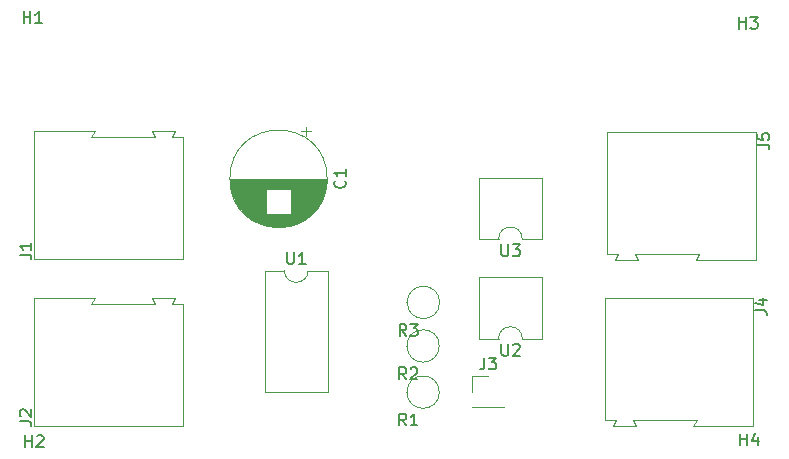
<source format=gbr>
G04 #@! TF.GenerationSoftware,KiCad,Pcbnew,(5.1.5)-3*
G04 #@! TF.CreationDate,2020-04-25T22:11:23+03:00*
G04 #@! TF.ProjectId,ATtiny85_NeoPixel_SKRv.1.3,41547469-6e79-4383-955f-4e656f506978,v.1.0*
G04 #@! TF.SameCoordinates,Original*
G04 #@! TF.FileFunction,Legend,Top*
G04 #@! TF.FilePolarity,Positive*
%FSLAX46Y46*%
G04 Gerber Fmt 4.6, Leading zero omitted, Abs format (unit mm)*
G04 Created by KiCad (PCBNEW (5.1.5)-3) date 2020-04-25 22:11:23*
%MOMM*%
%LPD*%
G04 APERTURE LIST*
%ADD10C,0.120000*%
%ADD11C,0.150000*%
G04 APERTURE END LIST*
D10*
X75824200Y-62656800D02*
G75*
G03X75824200Y-62656800I-4120000J0D01*
G01*
X75784200Y-62656800D02*
X67624200Y-62656800D01*
X75784200Y-62696800D02*
X67624200Y-62696800D01*
X75784200Y-62736800D02*
X67624200Y-62736800D01*
X75783200Y-62776800D02*
X67625200Y-62776800D01*
X75781200Y-62816800D02*
X67627200Y-62816800D01*
X75780200Y-62856800D02*
X67628200Y-62856800D01*
X75778200Y-62896800D02*
X67630200Y-62896800D01*
X75775200Y-62936800D02*
X67633200Y-62936800D01*
X75772200Y-62976800D02*
X67636200Y-62976800D01*
X75769200Y-63016800D02*
X67639200Y-63016800D01*
X75765200Y-63056800D02*
X67643200Y-63056800D01*
X75761200Y-63096800D02*
X67647200Y-63096800D01*
X75756200Y-63136800D02*
X67652200Y-63136800D01*
X75752200Y-63176800D02*
X67656200Y-63176800D01*
X75746200Y-63216800D02*
X67662200Y-63216800D01*
X75741200Y-63256800D02*
X67667200Y-63256800D01*
X75734200Y-63296800D02*
X67674200Y-63296800D01*
X75728200Y-63336800D02*
X67680200Y-63336800D01*
X75721200Y-63377800D02*
X67687200Y-63377800D01*
X75714200Y-63417800D02*
X67694200Y-63417800D01*
X75706200Y-63457800D02*
X67702200Y-63457800D01*
X75698200Y-63497800D02*
X67710200Y-63497800D01*
X75689200Y-63537800D02*
X72744200Y-63537800D01*
X70664200Y-63537800D02*
X67719200Y-63537800D01*
X75680200Y-63577800D02*
X72744200Y-63577800D01*
X70664200Y-63577800D02*
X67728200Y-63577800D01*
X75671200Y-63617800D02*
X72744200Y-63617800D01*
X70664200Y-63617800D02*
X67737200Y-63617800D01*
X75661200Y-63657800D02*
X72744200Y-63657800D01*
X70664200Y-63657800D02*
X67747200Y-63657800D01*
X75651200Y-63697800D02*
X72744200Y-63697800D01*
X70664200Y-63697800D02*
X67757200Y-63697800D01*
X75640200Y-63737800D02*
X72744200Y-63737800D01*
X70664200Y-63737800D02*
X67768200Y-63737800D01*
X75629200Y-63777800D02*
X72744200Y-63777800D01*
X70664200Y-63777800D02*
X67779200Y-63777800D01*
X75618200Y-63817800D02*
X72744200Y-63817800D01*
X70664200Y-63817800D02*
X67790200Y-63817800D01*
X75606200Y-63857800D02*
X72744200Y-63857800D01*
X70664200Y-63857800D02*
X67802200Y-63857800D01*
X75593200Y-63897800D02*
X72744200Y-63897800D01*
X70664200Y-63897800D02*
X67815200Y-63897800D01*
X75581200Y-63937800D02*
X72744200Y-63937800D01*
X70664200Y-63937800D02*
X67827200Y-63937800D01*
X75567200Y-63977800D02*
X72744200Y-63977800D01*
X70664200Y-63977800D02*
X67841200Y-63977800D01*
X75554200Y-64017800D02*
X72744200Y-64017800D01*
X70664200Y-64017800D02*
X67854200Y-64017800D01*
X75539200Y-64057800D02*
X72744200Y-64057800D01*
X70664200Y-64057800D02*
X67869200Y-64057800D01*
X75525200Y-64097800D02*
X72744200Y-64097800D01*
X70664200Y-64097800D02*
X67883200Y-64097800D01*
X75509200Y-64137800D02*
X72744200Y-64137800D01*
X70664200Y-64137800D02*
X67899200Y-64137800D01*
X75494200Y-64177800D02*
X72744200Y-64177800D01*
X70664200Y-64177800D02*
X67914200Y-64177800D01*
X75478200Y-64217800D02*
X72744200Y-64217800D01*
X70664200Y-64217800D02*
X67930200Y-64217800D01*
X75461200Y-64257800D02*
X72744200Y-64257800D01*
X70664200Y-64257800D02*
X67947200Y-64257800D01*
X75444200Y-64297800D02*
X72744200Y-64297800D01*
X70664200Y-64297800D02*
X67964200Y-64297800D01*
X75426200Y-64337800D02*
X72744200Y-64337800D01*
X70664200Y-64337800D02*
X67982200Y-64337800D01*
X75408200Y-64377800D02*
X72744200Y-64377800D01*
X70664200Y-64377800D02*
X68000200Y-64377800D01*
X75390200Y-64417800D02*
X72744200Y-64417800D01*
X70664200Y-64417800D02*
X68018200Y-64417800D01*
X75370200Y-64457800D02*
X72744200Y-64457800D01*
X70664200Y-64457800D02*
X68038200Y-64457800D01*
X75351200Y-64497800D02*
X72744200Y-64497800D01*
X70664200Y-64497800D02*
X68057200Y-64497800D01*
X75331200Y-64537800D02*
X72744200Y-64537800D01*
X70664200Y-64537800D02*
X68077200Y-64537800D01*
X75310200Y-64577800D02*
X72744200Y-64577800D01*
X70664200Y-64577800D02*
X68098200Y-64577800D01*
X75288200Y-64617800D02*
X72744200Y-64617800D01*
X70664200Y-64617800D02*
X68120200Y-64617800D01*
X75266200Y-64657800D02*
X72744200Y-64657800D01*
X70664200Y-64657800D02*
X68142200Y-64657800D01*
X75244200Y-64697800D02*
X72744200Y-64697800D01*
X70664200Y-64697800D02*
X68164200Y-64697800D01*
X75221200Y-64737800D02*
X72744200Y-64737800D01*
X70664200Y-64737800D02*
X68187200Y-64737800D01*
X75197200Y-64777800D02*
X72744200Y-64777800D01*
X70664200Y-64777800D02*
X68211200Y-64777800D01*
X75173200Y-64817800D02*
X72744200Y-64817800D01*
X70664200Y-64817800D02*
X68235200Y-64817800D01*
X75148200Y-64857800D02*
X72744200Y-64857800D01*
X70664200Y-64857800D02*
X68260200Y-64857800D01*
X75122200Y-64897800D02*
X72744200Y-64897800D01*
X70664200Y-64897800D02*
X68286200Y-64897800D01*
X75096200Y-64937800D02*
X72744200Y-64937800D01*
X70664200Y-64937800D02*
X68312200Y-64937800D01*
X75069200Y-64977800D02*
X72744200Y-64977800D01*
X70664200Y-64977800D02*
X68339200Y-64977800D01*
X75042200Y-65017800D02*
X72744200Y-65017800D01*
X70664200Y-65017800D02*
X68366200Y-65017800D01*
X75013200Y-65057800D02*
X72744200Y-65057800D01*
X70664200Y-65057800D02*
X68395200Y-65057800D01*
X74984200Y-65097800D02*
X72744200Y-65097800D01*
X70664200Y-65097800D02*
X68424200Y-65097800D01*
X74954200Y-65137800D02*
X72744200Y-65137800D01*
X70664200Y-65137800D02*
X68454200Y-65137800D01*
X74924200Y-65177800D02*
X72744200Y-65177800D01*
X70664200Y-65177800D02*
X68484200Y-65177800D01*
X74893200Y-65217800D02*
X72744200Y-65217800D01*
X70664200Y-65217800D02*
X68515200Y-65217800D01*
X74860200Y-65257800D02*
X72744200Y-65257800D01*
X70664200Y-65257800D02*
X68548200Y-65257800D01*
X74828200Y-65297800D02*
X72744200Y-65297800D01*
X70664200Y-65297800D02*
X68580200Y-65297800D01*
X74794200Y-65337800D02*
X72744200Y-65337800D01*
X70664200Y-65337800D02*
X68614200Y-65337800D01*
X74759200Y-65377800D02*
X72744200Y-65377800D01*
X70664200Y-65377800D02*
X68649200Y-65377800D01*
X74723200Y-65417800D02*
X72744200Y-65417800D01*
X70664200Y-65417800D02*
X68685200Y-65417800D01*
X74687200Y-65457800D02*
X72744200Y-65457800D01*
X70664200Y-65457800D02*
X68721200Y-65457800D01*
X74649200Y-65497800D02*
X72744200Y-65497800D01*
X70664200Y-65497800D02*
X68759200Y-65497800D01*
X74611200Y-65537800D02*
X72744200Y-65537800D01*
X70664200Y-65537800D02*
X68797200Y-65537800D01*
X74571200Y-65577800D02*
X72744200Y-65577800D01*
X70664200Y-65577800D02*
X68837200Y-65577800D01*
X74530200Y-65617800D02*
X68878200Y-65617800D01*
X74488200Y-65657800D02*
X68920200Y-65657800D01*
X74445200Y-65697800D02*
X68963200Y-65697800D01*
X74401200Y-65737800D02*
X69007200Y-65737800D01*
X74355200Y-65777800D02*
X69053200Y-65777800D01*
X74308200Y-65817800D02*
X69100200Y-65817800D01*
X74260200Y-65857800D02*
X69148200Y-65857800D01*
X74209200Y-65897800D02*
X69199200Y-65897800D01*
X74158200Y-65937800D02*
X69250200Y-65937800D01*
X74104200Y-65977800D02*
X69304200Y-65977800D01*
X74049200Y-66017800D02*
X69359200Y-66017800D01*
X73991200Y-66057800D02*
X69417200Y-66057800D01*
X73932200Y-66097800D02*
X69476200Y-66097800D01*
X73870200Y-66137800D02*
X69538200Y-66137800D01*
X73806200Y-66177800D02*
X69602200Y-66177800D01*
X73738200Y-66217800D02*
X69670200Y-66217800D01*
X73668200Y-66257800D02*
X69740200Y-66257800D01*
X73594200Y-66297800D02*
X69814200Y-66297800D01*
X73517200Y-66337800D02*
X69891200Y-66337800D01*
X73435200Y-66377800D02*
X69973200Y-66377800D01*
X73349200Y-66417800D02*
X70059200Y-66417800D01*
X73256200Y-66457800D02*
X70152200Y-66457800D01*
X73157200Y-66497800D02*
X70251200Y-66497800D01*
X73050200Y-66537800D02*
X70358200Y-66537800D01*
X72933200Y-66577800D02*
X70475200Y-66577800D01*
X72802200Y-66617800D02*
X70606200Y-66617800D01*
X72652200Y-66657800D02*
X70756200Y-66657800D01*
X72472200Y-66697800D02*
X70936200Y-66697800D01*
X72237200Y-66737800D02*
X71171200Y-66737800D01*
X74019200Y-58247102D02*
X74019200Y-59047102D01*
X74419200Y-58647102D02*
X73619200Y-58647102D01*
X51027800Y-58627400D02*
X51027800Y-69477400D01*
X56127800Y-58627400D02*
X51027800Y-58627400D01*
X55827800Y-59127400D02*
X56127800Y-58627400D01*
X61227800Y-59127400D02*
X55827800Y-59127400D01*
X60977800Y-58627400D02*
X61227800Y-59127400D01*
X61027800Y-58627400D02*
X60977800Y-58627400D01*
X62927800Y-58627400D02*
X61027800Y-58627400D01*
X62677800Y-59127400D02*
X62927800Y-58627400D01*
X63627800Y-59127400D02*
X62677800Y-59127400D01*
X63627800Y-69477400D02*
X63627800Y-59127400D01*
X51027800Y-69477400D02*
X63627800Y-69477400D01*
X51027800Y-83574400D02*
X63627800Y-83574400D01*
X63627800Y-83574400D02*
X63627800Y-73224400D01*
X63627800Y-73224400D02*
X62677800Y-73224400D01*
X62677800Y-73224400D02*
X62927800Y-72724400D01*
X62927800Y-72724400D02*
X61027800Y-72724400D01*
X61027800Y-72724400D02*
X60977800Y-72724400D01*
X60977800Y-72724400D02*
X61227800Y-73224400D01*
X61227800Y-73224400D02*
X55827800Y-73224400D01*
X55827800Y-73224400D02*
X56127800Y-72724400D01*
X56127800Y-72724400D02*
X51027800Y-72724400D01*
X51027800Y-72724400D02*
X51027800Y-83574400D01*
X88128800Y-82000400D02*
X90788800Y-82000400D01*
X88128800Y-81940400D02*
X88128800Y-82000400D01*
X90788800Y-81940400D02*
X90788800Y-82000400D01*
X88128800Y-81940400D02*
X90788800Y-81940400D01*
X88128800Y-80670400D02*
X88128800Y-79340400D01*
X88128800Y-79340400D02*
X89458800Y-79340400D01*
X111913200Y-83587200D02*
X111913200Y-72737200D01*
X106813200Y-83587200D02*
X111913200Y-83587200D01*
X107113200Y-83087200D02*
X106813200Y-83587200D01*
X101713200Y-83087200D02*
X107113200Y-83087200D01*
X101963200Y-83587200D02*
X101713200Y-83087200D01*
X101913200Y-83587200D02*
X101963200Y-83587200D01*
X100013200Y-83587200D02*
X101913200Y-83587200D01*
X100263200Y-83087200D02*
X100013200Y-83587200D01*
X99313200Y-83087200D02*
X100263200Y-83087200D01*
X99313200Y-72737200D02*
X99313200Y-83087200D01*
X111913200Y-72737200D02*
X99313200Y-72737200D01*
X112116400Y-58716400D02*
X99516400Y-58716400D01*
X99516400Y-58716400D02*
X99516400Y-69066400D01*
X99516400Y-69066400D02*
X100466400Y-69066400D01*
X100466400Y-69066400D02*
X100216400Y-69566400D01*
X100216400Y-69566400D02*
X102116400Y-69566400D01*
X102116400Y-69566400D02*
X102166400Y-69566400D01*
X102166400Y-69566400D02*
X101916400Y-69066400D01*
X101916400Y-69066400D02*
X107316400Y-69066400D01*
X107316400Y-69066400D02*
X107016400Y-69566400D01*
X107016400Y-69566400D02*
X112116400Y-69566400D01*
X112116400Y-69566400D02*
X112116400Y-58716400D01*
X82577000Y-80721200D02*
X82507000Y-80721200D01*
X85317000Y-80721200D02*
G75*
G03X85317000Y-80721200I-1370000J0D01*
G01*
X85317000Y-76809600D02*
G75*
G03X85317000Y-76809600I-1370000J0D01*
G01*
X82577000Y-76809600D02*
X82507000Y-76809600D01*
X85342400Y-73126600D02*
G75*
G03X85342400Y-73126600I-1370000J0D01*
G01*
X82602400Y-73126600D02*
X82532400Y-73126600D01*
X74202800Y-70425000D02*
G75*
G02X72202800Y-70425000I-1000000J0D01*
G01*
X72202800Y-70425000D02*
X70552800Y-70425000D01*
X70552800Y-70425000D02*
X70552800Y-80705000D01*
X70552800Y-80705000D02*
X75852800Y-80705000D01*
X75852800Y-80705000D02*
X75852800Y-70425000D01*
X75852800Y-70425000D02*
X74202800Y-70425000D01*
X90338400Y-76183800D02*
G75*
G02X92338400Y-76183800I1000000J0D01*
G01*
X92338400Y-76183800D02*
X93988400Y-76183800D01*
X93988400Y-76183800D02*
X93988400Y-70983800D01*
X93988400Y-70983800D02*
X88688400Y-70983800D01*
X88688400Y-70983800D02*
X88688400Y-76183800D01*
X88688400Y-76183800D02*
X90338400Y-76183800D01*
X88688400Y-67751000D02*
X90338400Y-67751000D01*
X88688400Y-62551000D02*
X88688400Y-67751000D01*
X93988400Y-62551000D02*
X88688400Y-62551000D01*
X93988400Y-67751000D02*
X93988400Y-62551000D01*
X92338400Y-67751000D02*
X93988400Y-67751000D01*
X90338400Y-67751000D02*
G75*
G02X92338400Y-67751000I1000000J0D01*
G01*
D11*
X77311342Y-62823466D02*
X77358961Y-62871085D01*
X77406580Y-63013942D01*
X77406580Y-63109180D01*
X77358961Y-63252038D01*
X77263723Y-63347276D01*
X77168485Y-63394895D01*
X76978009Y-63442514D01*
X76835152Y-63442514D01*
X76644676Y-63394895D01*
X76549438Y-63347276D01*
X76454200Y-63252038D01*
X76406580Y-63109180D01*
X76406580Y-63013942D01*
X76454200Y-62871085D01*
X76501819Y-62823466D01*
X77406580Y-61871085D02*
X77406580Y-62442514D01*
X77406580Y-62156800D02*
X76406580Y-62156800D01*
X76549438Y-62252038D01*
X76644676Y-62347276D01*
X76692295Y-62442514D01*
X49790180Y-69080733D02*
X50504466Y-69080733D01*
X50647323Y-69128352D01*
X50742561Y-69223590D01*
X50790180Y-69366447D01*
X50790180Y-69461685D01*
X50790180Y-68080733D02*
X50790180Y-68652161D01*
X50790180Y-68366447D02*
X49790180Y-68366447D01*
X49933038Y-68461685D01*
X50028276Y-68556923D01*
X50075895Y-68652161D01*
X49790180Y-83177733D02*
X50504466Y-83177733D01*
X50647323Y-83225352D01*
X50742561Y-83320590D01*
X50790180Y-83463447D01*
X50790180Y-83558685D01*
X49885419Y-82749161D02*
X49837800Y-82701542D01*
X49790180Y-82606304D01*
X49790180Y-82368209D01*
X49837800Y-82272971D01*
X49885419Y-82225352D01*
X49980657Y-82177733D01*
X50075895Y-82177733D01*
X50218752Y-82225352D01*
X50790180Y-82796780D01*
X50790180Y-82177733D01*
X89125466Y-77792780D02*
X89125466Y-78507066D01*
X89077847Y-78649923D01*
X88982609Y-78745161D01*
X88839752Y-78792780D01*
X88744514Y-78792780D01*
X89506419Y-77792780D02*
X90125466Y-77792780D01*
X89792133Y-78173733D01*
X89934990Y-78173733D01*
X90030228Y-78221352D01*
X90077847Y-78268971D01*
X90125466Y-78364209D01*
X90125466Y-78602304D01*
X90077847Y-78697542D01*
X90030228Y-78745161D01*
X89934990Y-78792780D01*
X89649276Y-78792780D01*
X89554038Y-78745161D01*
X89506419Y-78697542D01*
X112055580Y-73800533D02*
X112769866Y-73800533D01*
X112912723Y-73848152D01*
X113007961Y-73943390D01*
X113055580Y-74086247D01*
X113055580Y-74181485D01*
X112388914Y-72895771D02*
X113055580Y-72895771D01*
X112007961Y-73133866D02*
X112722247Y-73371961D01*
X112722247Y-72752914D01*
X112258780Y-59779733D02*
X112973066Y-59779733D01*
X113115923Y-59827352D01*
X113211161Y-59922590D01*
X113258780Y-60065447D01*
X113258780Y-60160685D01*
X112258780Y-58827352D02*
X112258780Y-59303542D01*
X112734971Y-59351161D01*
X112687352Y-59303542D01*
X112639733Y-59208304D01*
X112639733Y-58970209D01*
X112687352Y-58874971D01*
X112734971Y-58827352D01*
X112830209Y-58779733D01*
X113068304Y-58779733D01*
X113163542Y-58827352D01*
X113211161Y-58874971D01*
X113258780Y-58970209D01*
X113258780Y-59208304D01*
X113211161Y-59303542D01*
X113163542Y-59351161D01*
X82510333Y-83543580D02*
X82177000Y-83067390D01*
X81938904Y-83543580D02*
X81938904Y-82543580D01*
X82319857Y-82543580D01*
X82415095Y-82591200D01*
X82462714Y-82638819D01*
X82510333Y-82734057D01*
X82510333Y-82876914D01*
X82462714Y-82972152D01*
X82415095Y-83019771D01*
X82319857Y-83067390D01*
X81938904Y-83067390D01*
X83462714Y-83543580D02*
X82891285Y-83543580D01*
X83177000Y-83543580D02*
X83177000Y-82543580D01*
X83081761Y-82686438D01*
X82986523Y-82781676D01*
X82891285Y-82829295D01*
X82510333Y-79631980D02*
X82177000Y-79155790D01*
X81938904Y-79631980D02*
X81938904Y-78631980D01*
X82319857Y-78631980D01*
X82415095Y-78679600D01*
X82462714Y-78727219D01*
X82510333Y-78822457D01*
X82510333Y-78965314D01*
X82462714Y-79060552D01*
X82415095Y-79108171D01*
X82319857Y-79155790D01*
X81938904Y-79155790D01*
X82891285Y-78727219D02*
X82938904Y-78679600D01*
X83034142Y-78631980D01*
X83272238Y-78631980D01*
X83367476Y-78679600D01*
X83415095Y-78727219D01*
X83462714Y-78822457D01*
X83462714Y-78917695D01*
X83415095Y-79060552D01*
X82843666Y-79631980D01*
X83462714Y-79631980D01*
X82535733Y-75948980D02*
X82202400Y-75472790D01*
X81964304Y-75948980D02*
X81964304Y-74948980D01*
X82345257Y-74948980D01*
X82440495Y-74996600D01*
X82488114Y-75044219D01*
X82535733Y-75139457D01*
X82535733Y-75282314D01*
X82488114Y-75377552D01*
X82440495Y-75425171D01*
X82345257Y-75472790D01*
X81964304Y-75472790D01*
X82869066Y-74948980D02*
X83488114Y-74948980D01*
X83154780Y-75329933D01*
X83297638Y-75329933D01*
X83392876Y-75377552D01*
X83440495Y-75425171D01*
X83488114Y-75520409D01*
X83488114Y-75758504D01*
X83440495Y-75853742D01*
X83392876Y-75901361D01*
X83297638Y-75948980D01*
X83011923Y-75948980D01*
X82916685Y-75901361D01*
X82869066Y-75853742D01*
X72440895Y-68877380D02*
X72440895Y-69686904D01*
X72488514Y-69782142D01*
X72536133Y-69829761D01*
X72631371Y-69877380D01*
X72821847Y-69877380D01*
X72917085Y-69829761D01*
X72964704Y-69782142D01*
X73012323Y-69686904D01*
X73012323Y-68877380D01*
X74012323Y-69877380D02*
X73440895Y-69877380D01*
X73726609Y-69877380D02*
X73726609Y-68877380D01*
X73631371Y-69020238D01*
X73536133Y-69115476D01*
X73440895Y-69163095D01*
X90576495Y-76636180D02*
X90576495Y-77445704D01*
X90624114Y-77540942D01*
X90671733Y-77588561D01*
X90766971Y-77636180D01*
X90957447Y-77636180D01*
X91052685Y-77588561D01*
X91100304Y-77540942D01*
X91147923Y-77445704D01*
X91147923Y-76636180D01*
X91576495Y-76731419D02*
X91624114Y-76683800D01*
X91719352Y-76636180D01*
X91957447Y-76636180D01*
X92052685Y-76683800D01*
X92100304Y-76731419D01*
X92147923Y-76826657D01*
X92147923Y-76921895D01*
X92100304Y-77064752D01*
X91528876Y-77636180D01*
X92147923Y-77636180D01*
X90576495Y-68203380D02*
X90576495Y-69012904D01*
X90624114Y-69108142D01*
X90671733Y-69155761D01*
X90766971Y-69203380D01*
X90957447Y-69203380D01*
X91052685Y-69155761D01*
X91100304Y-69108142D01*
X91147923Y-69012904D01*
X91147923Y-68203380D01*
X91528876Y-68203380D02*
X92147923Y-68203380D01*
X91814590Y-68584333D01*
X91957447Y-68584333D01*
X92052685Y-68631952D01*
X92100304Y-68679571D01*
X92147923Y-68774809D01*
X92147923Y-69012904D01*
X92100304Y-69108142D01*
X92052685Y-69155761D01*
X91957447Y-69203380D01*
X91671733Y-69203380D01*
X91576495Y-69155761D01*
X91528876Y-69108142D01*
X50114295Y-49465380D02*
X50114295Y-48465380D01*
X50114295Y-48941571D02*
X50685723Y-48941571D01*
X50685723Y-49465380D02*
X50685723Y-48465380D01*
X51685723Y-49465380D02*
X51114295Y-49465380D01*
X51400009Y-49465380D02*
X51400009Y-48465380D01*
X51304771Y-48608238D01*
X51209533Y-48703476D01*
X51114295Y-48751095D01*
X50241295Y-85380980D02*
X50241295Y-84380980D01*
X50241295Y-84857171D02*
X50812723Y-84857171D01*
X50812723Y-85380980D02*
X50812723Y-84380980D01*
X51241295Y-84476219D02*
X51288914Y-84428600D01*
X51384152Y-84380980D01*
X51622247Y-84380980D01*
X51717485Y-84428600D01*
X51765104Y-84476219D01*
X51812723Y-84571457D01*
X51812723Y-84666695D01*
X51765104Y-84809552D01*
X51193676Y-85380980D01*
X51812723Y-85380980D01*
X110693295Y-49947980D02*
X110693295Y-48947980D01*
X110693295Y-49424171D02*
X111264723Y-49424171D01*
X111264723Y-49947980D02*
X111264723Y-48947980D01*
X111645676Y-48947980D02*
X112264723Y-48947980D01*
X111931390Y-49328933D01*
X112074247Y-49328933D01*
X112169485Y-49376552D01*
X112217104Y-49424171D01*
X112264723Y-49519409D01*
X112264723Y-49757504D01*
X112217104Y-49852742D01*
X112169485Y-49900361D01*
X112074247Y-49947980D01*
X111788533Y-49947980D01*
X111693295Y-49900361D01*
X111645676Y-49852742D01*
X110794895Y-85228580D02*
X110794895Y-84228580D01*
X110794895Y-84704771D02*
X111366323Y-84704771D01*
X111366323Y-85228580D02*
X111366323Y-84228580D01*
X112271085Y-84561914D02*
X112271085Y-85228580D01*
X112032990Y-84180961D02*
X111794895Y-84895247D01*
X112413942Y-84895247D01*
M02*

</source>
